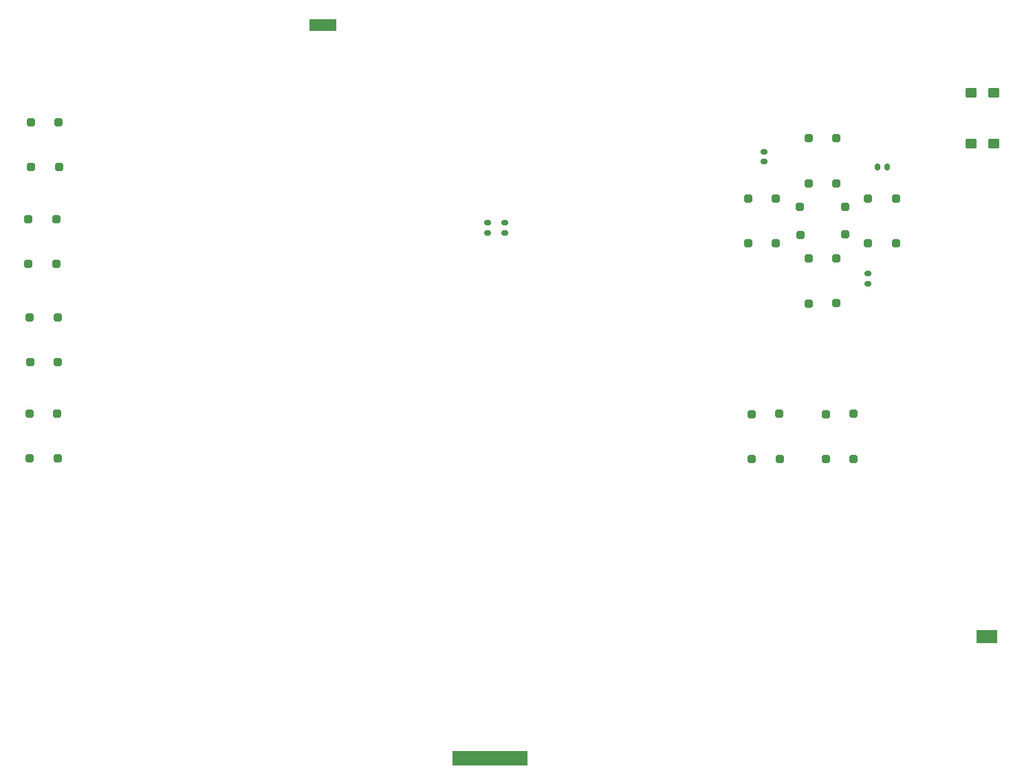
<source format=gts>
%TF.GenerationSoftware,KiCad,Pcbnew,9.0.3*%
%TF.CreationDate,2025-08-11T00:11:25+03:00*%
%TF.ProjectId,Back,4261636b-2e6b-4696-9361-645f70636258,rev?*%
%TF.SameCoordinates,Original*%
%TF.FileFunction,Soldermask,Top*%
%TF.FilePolarity,Negative*%
%FSLAX46Y46*%
G04 Gerber Fmt 4.6, Leading zero omitted, Abs format (unit mm)*
G04 Created by KiCad (PCBNEW 9.0.3) date 2025-08-11 00:11:25*
%MOMM*%
%LPD*%
G01*
G04 APERTURE LIST*
G04 Aperture macros list*
%AMRoundRect*
0 Rectangle with rounded corners*
0 $1 Rounding radius*
0 $2 $3 $4 $5 $6 $7 $8 $9 X,Y pos of 4 corners*
0 Add a 4 corners polygon primitive as box body*
4,1,4,$2,$3,$4,$5,$6,$7,$8,$9,$2,$3,0*
0 Add four circle primitives for the rounded corners*
1,1,$1+$1,$2,$3*
1,1,$1+$1,$4,$5*
1,1,$1+$1,$6,$7*
1,1,$1+$1,$8,$9*
0 Add four rect primitives between the rounded corners*
20,1,$1+$1,$2,$3,$4,$5,0*
20,1,$1+$1,$4,$5,$6,$7,0*
20,1,$1+$1,$6,$7,$8,$9,0*
20,1,$1+$1,$8,$9,$2,$3,0*%
%AMFreePoly0*
4,1,7,0.150000,0.330000,0.150000,-0.365000,-0.150000,-0.365000,-0.150000,0.330000,-0.050000,0.370000,0.050000,0.370000,0.150000,0.330000,0.150000,0.330000,$1*%
%AMFreePoly1*
4,1,7,0.150000,-0.275000,0.050000,-0.315000,-0.050000,-0.315000,-0.150000,-0.275000,-0.150000,0.300000,0.150000,0.300000,0.150000,-0.275000,0.150000,-0.275000,$1*%
G04 Aperture macros list end*
%ADD10C,0.100000*%
%ADD11RoundRect,0.150000X0.250000X-0.150000X0.250000X0.150000X-0.250000X0.150000X-0.250000X-0.150000X0*%
%ADD12RoundRect,0.250000X-0.250000X-0.250000X0.250000X-0.250000X0.250000X0.250000X-0.250000X0.250000X0*%
%ADD13RoundRect,0.250000X0.250000X0.250000X-0.250000X0.250000X-0.250000X-0.250000X0.250000X-0.250000X0*%
%ADD14R,0.300000X0.730000*%
%ADD15RoundRect,0.250000X0.250000X-0.250000X0.250000X0.250000X-0.250000X0.250000X-0.250000X-0.250000X0*%
%ADD16RoundRect,0.150000X-0.250000X0.150000X-0.250000X-0.150000X0.250000X-0.150000X0.250000X0.150000X0*%
%ADD17RoundRect,0.120000X-0.580000X0.480000X-0.580000X-0.480000X0.580000X-0.480000X0.580000X0.480000X0*%
%ADD18FreePoly0,0.000000*%
%ADD19FreePoly1,0.000000*%
%ADD20RoundRect,0.150000X-0.150000X-0.250000X0.150000X-0.250000X0.150000X0.250000X-0.150000X0.250000X0*%
G04 APERTURE END LIST*
D10*
%TO.C,J4*%
X99050000Y-44500000D02*
X95810000Y-44500000D01*
X95810000Y-43120000D01*
X99050000Y-43120000D01*
X99050000Y-44500000D01*
G36*
X99050000Y-44500000D02*
G01*
X95810000Y-44500000D01*
X95810000Y-43120000D01*
X99050000Y-43120000D01*
X99050000Y-44500000D01*
G37*
%TO.C,J3*%
X180440000Y-119925000D02*
X177980000Y-119925000D01*
X177980000Y-118425000D01*
X180440000Y-118425000D01*
X180440000Y-119925000D01*
G36*
X180440000Y-119925000D02*
G01*
X177980000Y-119925000D01*
X177980000Y-118425000D01*
X180440000Y-118425000D01*
X180440000Y-119925000D01*
G37*
%TO.C,J1*%
X122553183Y-135036817D02*
X113453183Y-135036817D01*
X113453183Y-133336817D01*
X122553183Y-133336817D01*
X122553183Y-135036817D01*
G36*
X122553183Y-135036817D02*
G01*
X113453183Y-135036817D01*
X113453183Y-133336817D01*
X122553183Y-133336817D01*
X122553183Y-135036817D01*
G37*
%TD*%
D11*
%TO.C,R3*%
X164610000Y-75725000D03*
X164610000Y-74515000D03*
%TD*%
D12*
%TO.C,SW11*%
X61375000Y-91740000D03*
X61385000Y-97270000D03*
X64785000Y-91730000D03*
X64795000Y-97260000D03*
%TD*%
%TO.C,SW2*%
X164600000Y-65240000D03*
X164610000Y-70770000D03*
X168010000Y-65230000D03*
X168020000Y-70760000D03*
%TD*%
%TO.C,SW5*%
X157300000Y-57840000D03*
X157310000Y-63370000D03*
X160710000Y-57830000D03*
X160720000Y-63360000D03*
%TD*%
D13*
%TO.C,SW10*%
X64825000Y-85410000D03*
X64815000Y-79880000D03*
X61415000Y-85420000D03*
X61405000Y-79890000D03*
%TD*%
D12*
%TO.C,SW6*%
X150280000Y-91800000D03*
X150290000Y-97330000D03*
X153690000Y-91790000D03*
X153700000Y-97320000D03*
%TD*%
%TO.C,SW8*%
X61550000Y-55840000D03*
X61560000Y-61370000D03*
X64960000Y-55830000D03*
X64970000Y-61360000D03*
%TD*%
D14*
%TO.C,J4*%
X98630000Y-43660000D03*
X98230000Y-43660000D03*
X97830000Y-43660000D03*
X97430000Y-43660000D03*
X97030000Y-43660000D03*
X96630000Y-43660000D03*
X96230000Y-43660000D03*
%TD*%
D15*
%TO.C,SW1*%
X156240000Y-69700000D03*
X161770000Y-69690000D03*
X156230000Y-66290000D03*
X161760000Y-66280000D03*
%TD*%
D16*
%TO.C,C2*%
X119860000Y-68236817D03*
X119860000Y-69446817D03*
%TD*%
D12*
%TO.C,SW3*%
X157300000Y-72640000D03*
X157310000Y-78170000D03*
X160710000Y-72630000D03*
X160720000Y-78160000D03*
%TD*%
%TO.C,SW4*%
X149800000Y-65240000D03*
X149810000Y-70770000D03*
X153210000Y-65230000D03*
X153220000Y-70760000D03*
%TD*%
D11*
%TO.C,R1*%
X151750000Y-60705000D03*
X151750000Y-59495000D03*
%TD*%
D14*
%TO.C,J3*%
X178410000Y-119390000D03*
X178810000Y-119390000D03*
X179210000Y-119390000D03*
X179610000Y-119390000D03*
X180010000Y-119390000D03*
%TD*%
D16*
%TO.C,C1*%
X117710000Y-68240000D03*
X117710000Y-69450000D03*
%TD*%
D12*
%TO.C,SW7*%
X159370000Y-91800000D03*
X159380000Y-97330000D03*
X162780000Y-91790000D03*
X162790000Y-97320000D03*
%TD*%
D17*
%TO.C,SW13*%
X180070000Y-52240000D03*
X177280000Y-52240000D03*
X180050000Y-58470000D03*
X177290000Y-58470000D03*
%TD*%
D18*
%TO.C,J1*%
X113803183Y-134546817D03*
D19*
X114053183Y-133796817D03*
D18*
X114297301Y-134546817D03*
D19*
X114546933Y-133796817D03*
D18*
X114791418Y-134546817D03*
D19*
X115040683Y-133796817D03*
D18*
X115285536Y-134546817D03*
D19*
X115534433Y-133796817D03*
D18*
X115779654Y-134546817D03*
D19*
X116028183Y-133796817D03*
D18*
X116273771Y-134546817D03*
D19*
X116521933Y-133796817D03*
D18*
X116767889Y-134546817D03*
D19*
X117015683Y-133796817D03*
D18*
X117262007Y-134546817D03*
D19*
X117509433Y-133796817D03*
D18*
X117756124Y-134546817D03*
D19*
X118003183Y-133796817D03*
D18*
X118250242Y-134546817D03*
D19*
X118496933Y-133796817D03*
D18*
X118744359Y-134546817D03*
D19*
X118990683Y-133796817D03*
D18*
X119238477Y-134546817D03*
D19*
X119484433Y-133796817D03*
D18*
X119732595Y-134546817D03*
D19*
X119978183Y-133796817D03*
D18*
X120226712Y-134546817D03*
D19*
X120471933Y-133796817D03*
D18*
X120720830Y-134546817D03*
D19*
X120965683Y-133796817D03*
D18*
X121214948Y-134546817D03*
D19*
X121459433Y-133796817D03*
D18*
X121709065Y-134546817D03*
D19*
X121953183Y-133796817D03*
D18*
X122203183Y-134546817D03*
%TD*%
D12*
%TO.C,SW9*%
X61225000Y-67780000D03*
X61235000Y-73310000D03*
X64635000Y-67770000D03*
X64645000Y-73300000D03*
%TD*%
D20*
%TO.C,R2*%
X165720000Y-61340000D03*
X166930000Y-61340000D03*
%TD*%
M02*

</source>
